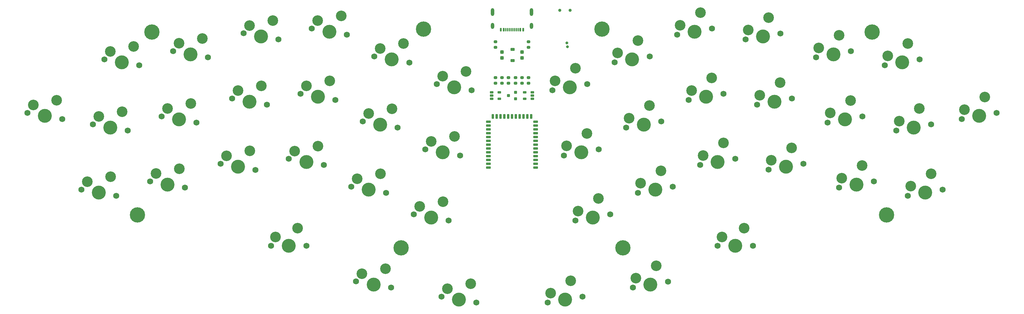
<source format=gbr>
%TF.GenerationSoftware,KiCad,Pcbnew,(6.0.2)*%
%TF.CreationDate,2022-04-05T05:22:49+08:00*%
%TF.ProjectId,TK44,544b3434-2e6b-4696-9361-645f70636258,rev?*%
%TF.SameCoordinates,Original*%
%TF.FileFunction,Soldermask,Top*%
%TF.FilePolarity,Negative*%
%FSLAX46Y46*%
G04 Gerber Fmt 4.6, Leading zero omitted, Abs format (unit mm)*
G04 Created by KiCad (PCBNEW (6.0.2)) date 2022-04-05 05:22:49*
%MOMM*%
%LPD*%
G01*
G04 APERTURE LIST*
G04 Aperture macros list*
%AMRoundRect*
0 Rectangle with rounded corners*
0 $1 Rounding radius*
0 $2 $3 $4 $5 $6 $7 $8 $9 X,Y pos of 4 corners*
0 Add a 4 corners polygon primitive as box body*
4,1,4,$2,$3,$4,$5,$6,$7,$8,$9,$2,$3,0*
0 Add four circle primitives for the rounded corners*
1,1,$1+$1,$2,$3*
1,1,$1+$1,$4,$5*
1,1,$1+$1,$6,$7*
1,1,$1+$1,$8,$9*
0 Add four rect primitives between the rounded corners*
20,1,$1+$1,$2,$3,$4,$5,0*
20,1,$1+$1,$4,$5,$6,$7,0*
20,1,$1+$1,$6,$7,$8,$9,0*
20,1,$1+$1,$8,$9,$2,$3,0*%
G04 Aperture macros list end*
%ADD10C,3.050000*%
%ADD11C,4.000000*%
%ADD12C,1.750000*%
%ADD13C,4.400000*%
%ADD14RoundRect,0.200000X0.275000X-0.200000X0.275000X0.200000X-0.275000X0.200000X-0.275000X-0.200000X0*%
%ADD15RoundRect,0.200000X-0.275000X0.200000X-0.275000X-0.200000X0.275000X-0.200000X0.275000X0.200000X0*%
%ADD16RoundRect,0.162500X-0.367500X-0.162500X0.367500X-0.162500X0.367500X0.162500X-0.367500X0.162500X0*%
%ADD17C,0.800000*%
%ADD18RoundRect,0.225000X0.375000X-0.225000X0.375000X0.225000X-0.375000X0.225000X-0.375000X-0.225000X0*%
%ADD19RoundRect,0.237500X0.237500X-0.287500X0.237500X0.287500X-0.237500X0.287500X-0.237500X-0.287500X0*%
%ADD20RoundRect,0.162500X0.367500X0.162500X-0.367500X0.162500X-0.367500X-0.162500X0.367500X-0.162500X0*%
%ADD21O,1.000000X1.762000*%
%ADD22O,1.000000X2.219000*%
%ADD23RoundRect,0.135000X-0.135000X-0.365000X0.135000X-0.365000X0.135000X0.365000X-0.135000X0.365000X0*%
%ADD24RoundRect,0.075000X-0.075000X-0.425000X0.075000X-0.425000X0.075000X0.425000X-0.075000X0.425000X0*%
%ADD25RoundRect,0.175000X0.500000X0.175000X-0.500000X0.175000X-0.500000X-0.175000X0.500000X-0.175000X0*%
%ADD26RoundRect,0.175000X-0.175000X0.500000X-0.175000X-0.500000X0.175000X-0.500000X0.175000X0.500000X0*%
%ADD27RoundRect,0.175000X-0.500000X-0.175000X0.500000X-0.175000X0.500000X0.175000X-0.500000X0.175000X0*%
%ADD28RoundRect,0.200000X0.250000X0.200000X-0.250000X0.200000X-0.250000X-0.200000X0.250000X-0.200000X0*%
%ADD29C,0.900000*%
G04 APERTURE END LIST*
D10*
%TO.C,SW28*%
X152078144Y-153246643D03*
D11*
X148694600Y-157808400D03*
D12*
X153697423Y-158690533D03*
D10*
X145383549Y-154645389D03*
D12*
X143691777Y-156926267D03*
%TD*%
D13*
%TO.C,H8*%
X100205200Y-173070600D03*
%TD*%
D10*
%TO.C,SW30*%
X181253549Y-170635389D03*
D12*
X189567423Y-174680533D03*
D11*
X184564600Y-173798400D03*
D12*
X179561777Y-172916267D03*
D10*
X187948144Y-169236643D03*
%TD*%
D13*
%TO.C,H4*%
X239585900Y-182550500D03*
%TD*%
D14*
%TO.C,R8*%
X206750000Y-135135000D03*
X206750000Y-133485000D03*
%TD*%
D13*
%TO.C,H7*%
X104370200Y-120368200D03*
%TD*%
D12*
%TO.C,SW32*%
X243866077Y-166679433D03*
X253871723Y-164915167D03*
D10*
X250488179Y-160353410D03*
X244675716Y-163957488D03*
D11*
X248868900Y-165797300D03*
%TD*%
D10*
%TO.C,SW34*%
X288008179Y-153733410D03*
D12*
X291391723Y-158295167D03*
D10*
X282195716Y-157337488D03*
D11*
X286388900Y-159177300D03*
D12*
X281386077Y-160059433D03*
%TD*%
D10*
%TO.C,SW3*%
X139108144Y-117096643D03*
D11*
X135724600Y-121658400D03*
D12*
X130721777Y-120776267D03*
X140727423Y-122540533D03*
D10*
X132413549Y-118495389D03*
%TD*%
%TO.C,SW31*%
X226745716Y-171957488D03*
X232558179Y-168353410D03*
D12*
X225936077Y-174679433D03*
X235941723Y-172915167D03*
D11*
X230938900Y-173797300D03*
%TD*%
D15*
%TO.C,R1*%
X212530000Y-123185000D03*
X212530000Y-124835000D03*
%TD*%
D16*
%TO.C,U2*%
X201880000Y-137740000D03*
X201880000Y-138690000D03*
X201880000Y-139640000D03*
X204080000Y-139640000D03*
X204080000Y-137740000D03*
%TD*%
D12*
%TO.C,SW26*%
X103851777Y-163436267D03*
X113857423Y-165200533D03*
D10*
X112238144Y-159756643D03*
X105543549Y-161155389D03*
D11*
X108854600Y-164318400D03*
%TD*%
D12*
%TO.C,SW37*%
X78647423Y-145450533D03*
D10*
X77028144Y-140006643D03*
D12*
X68641777Y-143686267D03*
D10*
X70333549Y-141405389D03*
D11*
X73644600Y-144568400D03*
%TD*%
D17*
%TO.C,D46*%
X207890000Y-128650000D03*
D18*
X207890000Y-128650000D03*
X207890000Y-125350000D03*
D17*
X207890000Y-125350000D03*
%TD*%
D12*
%TO.C,SW2*%
X110471777Y-125916267D03*
D11*
X115474600Y-126798400D03*
D10*
X112163549Y-123635389D03*
X118858144Y-122236643D03*
D12*
X120477423Y-127680533D03*
%TD*%
%TO.C,SW43*%
X276928000Y-181990000D03*
D10*
X268038000Y-179450000D03*
X274388000Y-176910000D03*
D11*
X271848000Y-181990000D03*
D12*
X266768000Y-181990000D03*
%TD*%
%TO.C,SW5*%
X168241777Y-127396267D03*
D10*
X169933549Y-125115389D03*
X176628144Y-123716643D03*
D11*
X173244600Y-128278400D03*
D12*
X178247423Y-129160533D03*
%TD*%
D10*
%TO.C,SW19*%
X229248179Y-149593410D03*
X223435716Y-153197488D03*
D12*
X232631723Y-154155167D03*
D11*
X227628900Y-155037300D03*
D12*
X222626077Y-155919433D03*
%TD*%
D13*
%TO.C,H3*%
X233601500Y-119529700D03*
%TD*%
D12*
%TO.C,SW13*%
X87411777Y-146996267D03*
D10*
X89103549Y-144715389D03*
D12*
X97417423Y-148760533D03*
D10*
X95798144Y-143316643D03*
D11*
X92414600Y-147878400D03*
%TD*%
%TO.C,SW40*%
X192484640Y-197438382D03*
D10*
X189173589Y-194275371D03*
X195868185Y-192876625D03*
D12*
X187481817Y-196556250D03*
X197487464Y-198320515D03*
%TD*%
D11*
%TO.C,SW17*%
X169934600Y-147038400D03*
D10*
X166623549Y-143875389D03*
X173318144Y-142476643D03*
D12*
X174937423Y-147920533D03*
X164931777Y-146156267D03*
%TD*%
D11*
%TO.C,SW7*%
X224318900Y-136277300D03*
D10*
X220125716Y-134437488D03*
D12*
X219316077Y-137159433D03*
D10*
X225938179Y-130833410D03*
D12*
X229321723Y-135395167D03*
%TD*%
%TO.C,SW24*%
X318076077Y-148759433D03*
D10*
X324698179Y-142433410D03*
D11*
X323078900Y-147877300D03*
D10*
X318885716Y-146037488D03*
D12*
X328081723Y-146995167D03*
%TD*%
D19*
%TO.C,D45*%
X210640000Y-127864900D03*
X210640000Y-126114900D03*
%TD*%
D10*
%TO.C,SW11*%
X295825716Y-124957488D03*
X301638179Y-121353410D03*
D12*
X305021723Y-125915167D03*
X295016077Y-127679433D03*
D11*
X300018900Y-126797300D03*
%TD*%
D12*
%TO.C,SW1*%
X90721777Y-128236267D03*
D10*
X92413549Y-125955389D03*
X99108144Y-124556643D03*
D11*
X95724600Y-129118400D03*
D12*
X100727423Y-130000533D03*
%TD*%
D20*
%TO.C,U3*%
X213620000Y-139640000D03*
X213620000Y-138690000D03*
X213620000Y-137740000D03*
X211420000Y-137740000D03*
X211420000Y-139640000D03*
%TD*%
D12*
%TO.C,SW38*%
X148718000Y-181990000D03*
D10*
X146178000Y-176910000D03*
D11*
X143638000Y-181990000D03*
D10*
X139828000Y-179450000D03*
D12*
X138558000Y-181990000D03*
%TD*%
%TO.C,SW18*%
X192867423Y-155920533D03*
D11*
X187864600Y-155038400D03*
D12*
X182861777Y-154156267D03*
D10*
X184553549Y-151875389D03*
X191248144Y-150476643D03*
%TD*%
D12*
%TO.C,SW10*%
X274766077Y-122549433D03*
D11*
X279768900Y-121667300D03*
D12*
X284771723Y-120785167D03*
D10*
X275575716Y-119827488D03*
X281388179Y-116223410D03*
%TD*%
D12*
%TO.C,SW20*%
X250561723Y-146155167D03*
D10*
X247178179Y-141593410D03*
X241365716Y-145197488D03*
D12*
X240556077Y-147919433D03*
D11*
X245558900Y-147037300D03*
%TD*%
D10*
%TO.C,SW9*%
X261808179Y-114833410D03*
D12*
X255186077Y-121159433D03*
D10*
X255995716Y-118437488D03*
D12*
X265191723Y-119395167D03*
D11*
X260188900Y-120277300D03*
%TD*%
D10*
%TO.C,SW4*%
X158688144Y-115726643D03*
D12*
X160307423Y-121170533D03*
D10*
X151993549Y-117125389D03*
D12*
X150301777Y-119406267D03*
D11*
X155304600Y-120288400D03*
%TD*%
D10*
%TO.C,SW21*%
X265108179Y-133603410D03*
D12*
X258486077Y-139929433D03*
D11*
X263488900Y-139047300D03*
D10*
X259295716Y-137207488D03*
D12*
X268491723Y-138165167D03*
%TD*%
D19*
%TO.C,D47*%
X204860000Y-127874900D03*
X204860000Y-126124900D03*
%TD*%
D13*
%TO.C,H6*%
X182313500Y-119549700D03*
%TD*%
D12*
%TO.C,SW44*%
X336846077Y-145449433D03*
D11*
X341848900Y-144567300D03*
D10*
X337655716Y-142727488D03*
D12*
X346851723Y-143685167D03*
D10*
X343468179Y-139123410D03*
%TD*%
D13*
%TO.C,H1*%
X315289800Y-173070600D03*
%TD*%
D10*
%TO.C,SW42*%
X249118179Y-187683410D03*
D12*
X252501723Y-192245167D03*
X242496077Y-194009433D03*
D10*
X243305716Y-191287488D03*
D11*
X247498900Y-193127300D03*
%TD*%
D10*
%TO.C,SW36*%
X322205716Y-164797488D03*
X328018179Y-161193410D03*
D12*
X321396077Y-167519433D03*
X331401723Y-165755167D03*
D11*
X326398900Y-166637300D03*
%TD*%
D10*
%TO.C,SW12*%
X315585716Y-127277488D03*
D11*
X319778900Y-129117300D03*
D10*
X321398179Y-123673410D03*
D12*
X324781723Y-128235167D03*
X314776077Y-129999433D03*
%TD*%
D21*
%TO.C,J3*%
X213325300Y-118661000D03*
D22*
X202174700Y-114622400D03*
X213325300Y-114635100D03*
D21*
X202174600Y-118661000D03*
D23*
X210950000Y-119740000D03*
X204550000Y-119740000D03*
X205350000Y-119740000D03*
X210150000Y-119740000D03*
D24*
X209000000Y-119740000D03*
X208000000Y-119740000D03*
X207500000Y-119740000D03*
X206500000Y-119740000D03*
X206000000Y-119740000D03*
X207000000Y-119740000D03*
X208500000Y-119740000D03*
X209508000Y-119740000D03*
%TD*%
D13*
%TO.C,H5*%
X175909100Y-182550200D03*
%TD*%
%TO.C,H2*%
X311124900Y-120368200D03*
%TD*%
D12*
%TO.C,SW41*%
X228021664Y-196555185D03*
D10*
X224638119Y-191993428D03*
X218825656Y-195597505D03*
D12*
X218016017Y-198319450D03*
D11*
X223018840Y-197437318D03*
%TD*%
D14*
%TO.C,R3*%
X208740000Y-135135000D03*
X208740000Y-133485000D03*
%TD*%
%TO.C,R6*%
X204860000Y-135145000D03*
X204860000Y-133495000D03*
%TD*%
D10*
%TO.C,SW6*%
X194558144Y-131716643D03*
D12*
X196177423Y-137160533D03*
X186171777Y-135396267D03*
D10*
X187863549Y-133115389D03*
D11*
X191174600Y-136278400D03*
%TD*%
D12*
%TO.C,SW23*%
X308331723Y-144675167D03*
D10*
X299135716Y-143717488D03*
D11*
X303328900Y-145557300D03*
D12*
X298326077Y-146439433D03*
D10*
X304948179Y-140113410D03*
%TD*%
D15*
%TO.C,R2*%
X202980000Y-123185000D03*
X202980000Y-124835000D03*
%TD*%
D11*
%TO.C,SW29*%
X166624600Y-165798400D03*
D10*
X163313549Y-162635389D03*
D12*
X161621777Y-164916267D03*
D10*
X170008144Y-161236643D03*
D12*
X171627423Y-166680533D03*
%TD*%
D11*
%TO.C,SW39*%
X168004600Y-193118400D03*
D10*
X171388144Y-188556643D03*
D12*
X163001777Y-192236267D03*
D10*
X164693549Y-189955389D03*
D12*
X173007423Y-194000533D03*
%TD*%
D25*
%TO.C,U1*%
X214500000Y-159430000D03*
X214500000Y-158330000D03*
X214500000Y-157230000D03*
X214500000Y-156130000D03*
X214500000Y-155030000D03*
X214500000Y-153930000D03*
X214500000Y-152830000D03*
X214500000Y-151730000D03*
X214500000Y-150630000D03*
X214500000Y-149530000D03*
X214500000Y-148430000D03*
X214500000Y-147330000D03*
X214500000Y-146230000D03*
D26*
X213250000Y-144730000D03*
X212150000Y-144730000D03*
X211050000Y-144730000D03*
X209950000Y-144730000D03*
X208850000Y-144730000D03*
X207750000Y-144730000D03*
X206650000Y-144730000D03*
X205550000Y-144730000D03*
X204450000Y-144730000D03*
X203350000Y-144730000D03*
X202250000Y-144730000D03*
D27*
X201000000Y-146230000D03*
X201000000Y-147330000D03*
X201000000Y-148430000D03*
X201000000Y-149530000D03*
X201000000Y-150630000D03*
X201000000Y-151730000D03*
X201000000Y-152830000D03*
X201000000Y-153930000D03*
X201000000Y-155030000D03*
X201000000Y-156130000D03*
X201000000Y-157230000D03*
X201000000Y-158330000D03*
X201000000Y-159430000D03*
%TD*%
D12*
%TO.C,SW35*%
X311641723Y-163435167D03*
D10*
X308258179Y-158873410D03*
D11*
X306638900Y-164317300D03*
D12*
X301636077Y-165199433D03*
D10*
X302445716Y-162477488D03*
%TD*%
%TO.C,SW25*%
X85793549Y-163475389D03*
D12*
X84101777Y-165756267D03*
D10*
X92488144Y-162076643D03*
D11*
X89104600Y-166638400D03*
D12*
X94107423Y-167520533D03*
%TD*%
D10*
%TO.C,SW8*%
X243868179Y-122833410D03*
D12*
X247251723Y-127395167D03*
X237246077Y-129159433D03*
D10*
X238055716Y-126437488D03*
D11*
X242248900Y-128277300D03*
%TD*%
D15*
%TO.C,R5*%
X202980000Y-133495000D03*
X202980000Y-135145000D03*
%TD*%
D14*
%TO.C,R7*%
X210630000Y-135145000D03*
X210630000Y-133495000D03*
%TD*%
D12*
%TO.C,SW16*%
X147001777Y-138166267D03*
X157007423Y-139930533D03*
D10*
X148693549Y-135885389D03*
D11*
X152004600Y-139048400D03*
D10*
X155388144Y-134486643D03*
%TD*%
D11*
%TO.C,SW33*%
X266798900Y-157797300D03*
D12*
X261796077Y-158679433D03*
X271801723Y-156915167D03*
D10*
X262605716Y-155957488D03*
X268418179Y-152353410D03*
%TD*%
D12*
%TO.C,SW14*%
X107161777Y-144676267D03*
D10*
X108853549Y-142395389D03*
X115548144Y-140996643D03*
D11*
X112164600Y-145558400D03*
D12*
X117167423Y-146440533D03*
%TD*%
D11*
%TO.C,SW22*%
X283088900Y-140427300D03*
D12*
X278086077Y-141309433D03*
D10*
X284708179Y-134983410D03*
D12*
X288091723Y-139545167D03*
D10*
X278895716Y-138587488D03*
%TD*%
%TO.C,SW27*%
X125793549Y-156025389D03*
D12*
X124101777Y-158306267D03*
X134107423Y-160070533D03*
D10*
X132488144Y-154626643D03*
D11*
X129104600Y-159188400D03*
%TD*%
D28*
%TO.C,Q1*%
X208750000Y-139640000D03*
X208750000Y-137740000D03*
X206750000Y-138690000D03*
%TD*%
D15*
%TO.C,R4*%
X212520000Y-133495000D03*
X212520000Y-135145000D03*
%TD*%
D12*
%TO.C,SW15*%
X127411777Y-139546267D03*
D10*
X135798144Y-135866643D03*
X129103549Y-137265389D03*
D11*
X132414600Y-140428400D03*
D12*
X137417423Y-141310533D03*
%TD*%
D29*
%TO.C,SW45*%
X224430000Y-114150000D03*
X221430000Y-114150000D03*
%TD*%
D17*
%TO.C,J1*%
X223700689Y-124671685D03*
X223492311Y-123489915D03*
%TD*%
M02*

</source>
